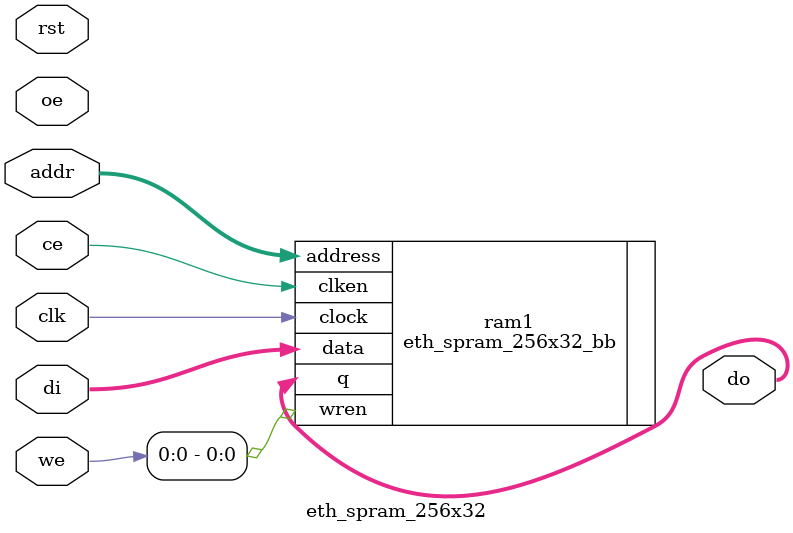
<source format=v>
`include "eth_spram_256x32_bb.v"

module eth_spram_256x32 (clk, rst, ce, we, oe, addr, di, do);

	input           clk;  // Clock, rising edge
	input           rst;  // Reset, active high
	input           ce;   // Chip enable input, active high
	input  [3:0]    we;   // Write enable input, active high
	input           oe;   // Output enable input, active high
	input  [7:0]    addr; // address bus inputs
	input  [31:0]   di;   // input data bus
	output [31:0]   do;   // output data bus


	eth_spram_256x32_bb ram1 (
		.address(addr),
		.clock(clk),
		.clken(ce),
		.data(di),
		.wren(we[0]),
		.q(do));



endmodule

</source>
